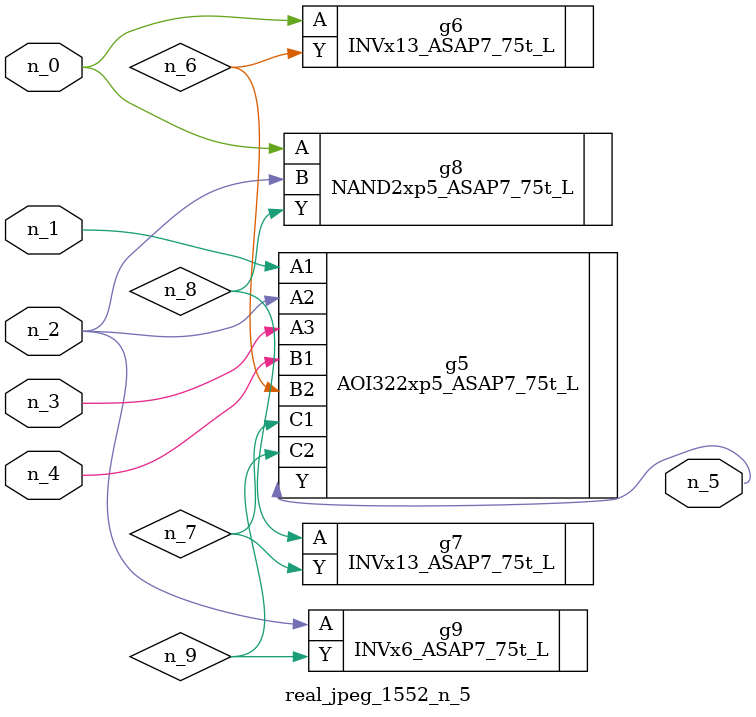
<source format=v>
module real_jpeg_1552_n_5 (n_4, n_0, n_1, n_2, n_3, n_5);

input n_4;
input n_0;
input n_1;
input n_2;
input n_3;

output n_5;

wire n_8;
wire n_6;
wire n_7;
wire n_9;

INVx13_ASAP7_75t_L g6 ( 
.A(n_0),
.Y(n_6)
);

NAND2xp5_ASAP7_75t_L g8 ( 
.A(n_0),
.B(n_2),
.Y(n_8)
);

AOI322xp5_ASAP7_75t_L g5 ( 
.A1(n_1),
.A2(n_2),
.A3(n_3),
.B1(n_4),
.B2(n_6),
.C1(n_7),
.C2(n_9),
.Y(n_5)
);

INVx6_ASAP7_75t_L g9 ( 
.A(n_2),
.Y(n_9)
);

INVx13_ASAP7_75t_L g7 ( 
.A(n_8),
.Y(n_7)
);


endmodule
</source>
